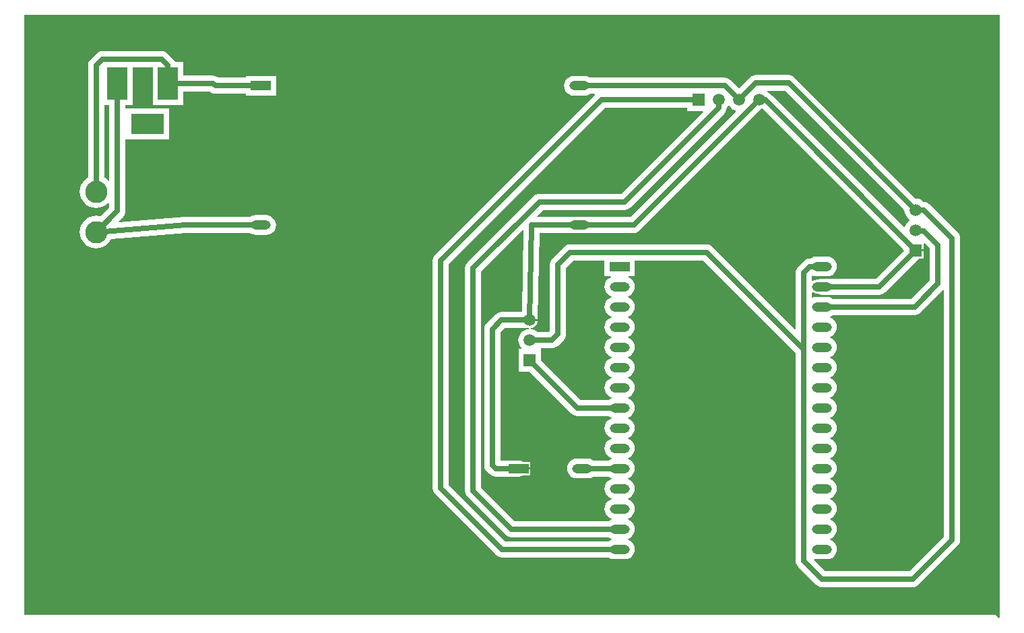
<source format=gbl>
G04*
G04 #@! TF.GenerationSoftware,Altium Limited,Altium Designer,21.3.2 (30)*
G04*
G04 Layer_Physical_Order=2*
G04 Layer_Color=16711680*
%FSTAX24Y24*%
%MOIN*%
G70*
G04*
G04 #@! TF.SameCoordinates,3835C71C-0E0A-43B1-8D6D-11D42CA83844*
G04*
G04*
G04 #@! TF.FilePolarity,Positive*
G04*
G01*
G75*
%ADD21C,0.0276*%
%ADD22O,0.0984X0.0472*%
%ADD23C,0.0598*%
%ADD24R,0.0598X0.0598*%
%ADD25R,0.0598X0.0598*%
%ADD26R,0.0984X0.0472*%
%ADD27R,0.1000X0.1600*%
%ADD28C,0.1100*%
%ADD29R,0.1600X0.1000*%
G36*
X0583Y0202D02*
X05825Y02015D01*
X0581Y0203D01*
X01005D01*
Y05D01*
X0583D01*
Y0202D01*
D02*
G37*
%LPC*%
G36*
X04787Y047027D02*
X04623D01*
X046127Y047014D01*
X046031Y046974D01*
X045949Y046911D01*
X0454Y046362D01*
X044981Y046781D01*
X044899Y046844D01*
X044803Y046884D01*
X0447Y046897D01*
X04241D01*
X04241Y046897D01*
X042332Y046887D01*
X038047D01*
X038004Y04692D01*
X037884Y046969D01*
X037756Y046986D01*
X037244D01*
X037116Y046969D01*
X036996Y04692D01*
X036893Y046841D01*
X036814Y046738D01*
X036765Y046618D01*
X036748Y04649D01*
X036765Y046361D01*
X036814Y046242D01*
X036893Y046139D01*
X036996Y04606D01*
X037116Y04601D01*
X037244Y045993D01*
X037756D01*
X037884Y04601D01*
X038004Y04606D01*
X038047Y046093D01*
X03826D01*
X038281Y046043D01*
X030369Y038131D01*
X030306Y038049D01*
X030266Y037953D01*
X030253Y03785D01*
Y02657D01*
X030266Y026467D01*
X030306Y026371D01*
X030369Y026289D01*
X033389Y023269D01*
X033471Y023206D01*
X033567Y023166D01*
X03367Y023153D01*
X038953D01*
X038996Y02312D01*
X039116Y023071D01*
X039244Y023054D01*
X039756D01*
X039884Y023071D01*
X040004Y02312D01*
X040107Y023199D01*
X040186Y023302D01*
X040235Y023422D01*
X040252Y02355D01*
X040235Y023678D01*
X040186Y023798D01*
X040107Y023901D01*
X040004Y02398D01*
X039897Y024024D01*
X039897Y024024D01*
Y024076D01*
X039897Y024076D01*
X040004Y02412D01*
X040107Y024199D01*
X040186Y024302D01*
X040235Y024422D01*
X040252Y02455D01*
X040235Y024678D01*
X040186Y024798D01*
X040107Y024901D01*
X040004Y02498D01*
X039897Y025024D01*
X039897Y025024D01*
Y025076D01*
X039897Y025076D01*
X040004Y02512D01*
X040107Y025199D01*
X040186Y025302D01*
X040235Y025422D01*
X040252Y02555D01*
X040235Y025678D01*
X040186Y025798D01*
X040107Y025901D01*
X040004Y02598D01*
X039897Y026024D01*
X039897Y026024D01*
Y026076D01*
X039897Y026076D01*
X040004Y02612D01*
X040107Y026199D01*
X040186Y026302D01*
X040235Y026422D01*
X040252Y02655D01*
X040235Y026678D01*
X040186Y026798D01*
X040107Y026901D01*
X040004Y02698D01*
X039897Y027024D01*
X039897Y027024D01*
Y027076D01*
X039897Y027076D01*
X040004Y02712D01*
X040107Y027199D01*
X040186Y027302D01*
X040235Y027422D01*
X040252Y02755D01*
X040235Y027678D01*
X040186Y027798D01*
X040107Y027901D01*
X040004Y02798D01*
X039897Y028024D01*
X039897Y028024D01*
Y028076D01*
X039897Y028076D01*
X040004Y02812D01*
X040107Y028199D01*
X040186Y028302D01*
X040235Y028422D01*
X040252Y02855D01*
X040235Y028678D01*
X040186Y028798D01*
X040107Y028901D01*
X040004Y02898D01*
X039897Y029024D01*
X039897Y029024D01*
Y029076D01*
X039897Y029076D01*
X040004Y02912D01*
X040107Y029199D01*
X040186Y029302D01*
X040235Y029422D01*
X040252Y02955D01*
X040235Y029678D01*
X040186Y029798D01*
X040107Y029901D01*
X040004Y02998D01*
X039897Y030024D01*
X039897Y030024D01*
Y030076D01*
X039897Y030076D01*
X040004Y03012D01*
X040107Y030199D01*
X040186Y030302D01*
X040235Y030422D01*
X040252Y03055D01*
X040235Y030678D01*
X040186Y030798D01*
X040107Y030901D01*
X040004Y03098D01*
X039897Y031024D01*
X039897Y031024D01*
Y031076D01*
X039897Y031076D01*
X040004Y03112D01*
X040107Y031199D01*
X040186Y031302D01*
X040235Y031422D01*
X040252Y03155D01*
X040235Y031678D01*
X040186Y031798D01*
X040107Y031901D01*
X040004Y03198D01*
X039897Y032024D01*
X039897Y032024D01*
Y032076D01*
X039897Y032076D01*
X040004Y03212D01*
X040107Y032199D01*
X040186Y032302D01*
X040235Y032422D01*
X040252Y03255D01*
X040235Y032678D01*
X040186Y032798D01*
X040107Y032901D01*
X040004Y03298D01*
X039897Y033024D01*
X039897Y033024D01*
Y033076D01*
X039897Y033076D01*
X040004Y03312D01*
X040107Y033199D01*
X040186Y033302D01*
X040235Y033422D01*
X040252Y03355D01*
X040235Y033678D01*
X040186Y033798D01*
X040107Y033901D01*
X040004Y03398D01*
X039897Y034024D01*
X039897Y034024D01*
Y034076D01*
X039897Y034076D01*
X040004Y03412D01*
X040107Y034199D01*
X040186Y034302D01*
X040235Y034422D01*
X040252Y03455D01*
X040235Y034678D01*
X040186Y034798D01*
X040107Y034901D01*
X040004Y03498D01*
X039897Y035024D01*
X039897Y035024D01*
Y035076D01*
X039897Y035076D01*
X040004Y03512D01*
X040107Y035199D01*
X040186Y035302D01*
X040235Y035422D01*
X040252Y03555D01*
X040235Y035678D01*
X040186Y035798D01*
X040107Y035901D01*
X040004Y03598D01*
X039897Y036024D01*
X039897Y036024D01*
Y036076D01*
X039897Y036076D01*
X040004Y03612D01*
X040107Y036199D01*
X040186Y036302D01*
X040235Y036422D01*
X040252Y03655D01*
X040235Y036678D01*
X040186Y036798D01*
X040107Y036901D01*
X040004Y03698D01*
X039936Y037008D01*
X039946Y037058D01*
X040248D01*
Y037853D01*
X043636D01*
X048213Y033276D01*
Y02296D01*
X048226Y022857D01*
X048266Y022761D01*
X048329Y022679D01*
X049219Y021789D01*
X049301Y021726D01*
X049397Y021686D01*
X0495Y021673D01*
X054D01*
X054103Y021686D01*
X054199Y021726D01*
X054281Y021789D01*
X056231Y023739D01*
X056231Y023739D01*
X056294Y023821D01*
X056334Y023917D01*
X056347Y02402D01*
Y03894D01*
X056334Y039043D01*
X056294Y039139D01*
X056231Y039221D01*
X054821Y040631D01*
X054739Y040694D01*
X054643Y040734D01*
X054545Y040746D01*
X05443Y040835D01*
X054295Y040891D01*
X054152Y04091D01*
X048151Y046911D01*
X048069Y046974D01*
X047973Y047014D01*
X04787Y047027D01*
D02*
G37*
G36*
X01684Y048207D02*
X01391D01*
X013807Y048194D01*
X013711Y048154D01*
X013629Y048091D01*
X013319Y047781D01*
X013256Y047699D01*
X013216Y047603D01*
X013203Y0475D01*
Y041952D01*
X01315Y041923D01*
X013027Y041823D01*
X012927Y0417D01*
X012852Y04156D01*
X012806Y041408D01*
X01279Y04125D01*
X012806Y041092D01*
X012852Y04094D01*
X012927Y0408D01*
X013027Y040677D01*
X01315Y040577D01*
X01329Y040502D01*
X013442Y040456D01*
X0136Y04044D01*
X013758Y040456D01*
X01391Y040502D01*
X01405Y040577D01*
X014173Y040677D01*
X014206Y040718D01*
X014253Y040701D01*
Y040464D01*
X013815Y040027D01*
X013758Y040044D01*
X0136Y04006D01*
X013442Y040044D01*
X01329Y039998D01*
X01315Y039923D01*
X013027Y039823D01*
X012927Y0397D01*
X012852Y03956D01*
X012806Y039408D01*
X01279Y03925D01*
X012806Y039092D01*
X012852Y03894D01*
X012927Y0388D01*
X013027Y038677D01*
X01315Y038577D01*
X01329Y038502D01*
X013442Y038456D01*
X0136Y03844D01*
X013758Y038456D01*
X01391Y038502D01*
X01405Y038577D01*
X014173Y038677D01*
X014273Y0388D01*
X014332Y03891D01*
X018036Y039203D01*
X021205D01*
X021248Y03917D01*
X021368Y039121D01*
X021496Y039104D01*
X022008D01*
X022136Y039121D01*
X022256Y03917D01*
X022359Y039249D01*
X022438Y039352D01*
X022487Y039472D01*
X022504Y0396D01*
X022487Y039728D01*
X022438Y039848D01*
X022359Y039951D01*
X022256Y04003D01*
X022136Y040079D01*
X022008Y040096D01*
X021496D01*
X021368Y040079D01*
X021248Y04003D01*
X021205Y039997D01*
X01802D01*
X018004Y039995D01*
X017989Y039996D01*
X014715Y039737D01*
X014694Y039782D01*
X014931Y040019D01*
X014994Y040101D01*
X015034Y040197D01*
X015047Y0403D01*
Y043837D01*
X015094Y043844D01*
X015097Y043844D01*
X017206D01*
Y045356D01*
X015097D01*
X015094Y045356D01*
X015047Y045363D01*
Y045544D01*
X015406D01*
Y047413D01*
X016394D01*
Y045544D01*
X017906D01*
Y046203D01*
X019227D01*
X019302Y046146D01*
X019397Y046106D01*
X0195Y046093D01*
X0195Y046093D01*
X021004D01*
Y045998D01*
X0225D01*
Y046982D01*
X021004D01*
Y046887D01*
X019663D01*
X019589Y046944D01*
X019493Y046984D01*
X01939Y046997D01*
X017906D01*
Y047656D01*
X017512D01*
X017494Y047699D01*
X017431Y047781D01*
X017121Y048091D01*
X017039Y048154D01*
X016943Y048194D01*
X01684Y048207D01*
D02*
G37*
%LPD*%
G36*
X042845Y045245D02*
X043618D01*
X043637Y045199D01*
X039586Y041147D01*
X03554D01*
X03554Y041147D01*
X035437Y041134D01*
X035341Y041094D01*
X035259Y041031D01*
X035259Y041031D01*
X031969Y037741D01*
X031906Y037659D01*
X031866Y037563D01*
X031853Y03746D01*
Y02645D01*
X031866Y026347D01*
X031906Y026251D01*
X031969Y026169D01*
X033869Y024269D01*
X033951Y024206D01*
X034047Y024166D01*
X03415Y024153D01*
X03415Y024153D01*
X038953D01*
X038996Y02412D01*
X039103Y024076D01*
X039103Y024076D01*
Y024024D01*
X039103Y024024D01*
X038996Y02398D01*
X038953Y023947D01*
X033834D01*
X031047Y026734D01*
Y037686D01*
X038764Y045403D01*
X042845D01*
Y045245D01*
D02*
G37*
G36*
X04493Y0455D02*
X045004Y045404D01*
X04512Y045315D01*
X045235Y045267D01*
X045251Y045213D01*
X040036Y039997D01*
X035414D01*
X035395Y040043D01*
X035704Y040353D01*
X03975D01*
X039853Y040366D01*
X039949Y040406D01*
X040031Y040469D01*
X044681Y045119D01*
X044744Y045201D01*
X044784Y045297D01*
X044797Y0454D01*
Y045406D01*
X04487Y0455D01*
X044876Y045503D01*
X044924D01*
X04493Y0455D01*
D02*
G37*
G36*
X05359Y040348D02*
X053609Y040205D01*
X053665Y04007D01*
X053754Y039954D01*
X05385Y03988D01*
X053853Y039874D01*
Y039826D01*
X05385Y03982D01*
X053754Y039746D01*
X053665Y03963D01*
X053617Y039515D01*
X053563Y039499D01*
X046981Y046081D01*
X046899Y046144D01*
X046803Y046184D01*
X04681Y046233D01*
X047706D01*
X05359Y040348D01*
D02*
G37*
G36*
X053588Y03835D02*
X052186Y036947D01*
X0495D01*
X049397Y036934D01*
X049301Y036894D01*
X049295Y036889D01*
X049244D01*
X049156Y036878D01*
X049075Y036844D01*
X049052Y036826D01*
X049007Y036848D01*
Y037063D01*
X049052Y037097D01*
X049116Y037071D01*
X049244Y037054D01*
X049756D01*
X049884Y037071D01*
X050004Y03712D01*
X050107Y037199D01*
X050186Y037302D01*
X050235Y037422D01*
X050252Y03755D01*
X050235Y037678D01*
X050186Y037798D01*
X050107Y037901D01*
X050004Y03798D01*
X049884Y038029D01*
X049756Y038046D01*
X049244D01*
X049116Y038029D01*
X048996Y03798D01*
X048953Y037947D01*
X04891D01*
X048807Y037934D01*
X048711Y037894D01*
X048629Y037831D01*
X048329Y037531D01*
X048266Y037449D01*
X048226Y037353D01*
X048213Y03725D01*
Y034464D01*
X048167Y034445D01*
X044081Y038531D01*
X043999Y038594D01*
X043903Y038634D01*
X0438Y038647D01*
X03706D01*
X036957Y038634D01*
X036861Y038594D01*
X036779Y038531D01*
X036779Y038531D01*
X036169Y037921D01*
X036106Y037839D01*
X036066Y037743D01*
X036053Y03764D01*
Y034364D01*
X035986Y034297D01*
X035444D01*
X03533Y034385D01*
X035195Y034441D01*
X035099Y034453D01*
Y034504D01*
X035154Y034511D01*
X035251Y034551D01*
X035335Y034615D01*
X035399Y034699D01*
X035439Y034796D01*
X035446Y03485D01*
X03505D01*
Y03495D01*
X035448D01*
X035539Y039203D01*
X0402D01*
X040303Y039216D01*
X040399Y039256D01*
X040481Y039319D01*
X04655Y045388D01*
X053588Y03835D01*
D02*
G37*
G36*
X054853Y038436D02*
Y036864D01*
X053936Y035947D01*
X050047D01*
X050004Y03598D01*
X049884Y036029D01*
X049756Y036046D01*
X049244D01*
X049116Y036029D01*
X049049Y036002D01*
X049007Y03603D01*
Y036252D01*
X049052Y036274D01*
X049075Y036256D01*
X049156Y036222D01*
X049244Y036211D01*
X049295D01*
X049301Y036206D01*
X049397Y036166D01*
X0495Y036153D01*
X05235D01*
X052453Y036166D01*
X052549Y036206D01*
X052631Y036269D01*
X054312Y037951D01*
X054549D01*
Y0383D01*
X05415D01*
Y0384D01*
X054549D01*
Y038674D01*
X054595Y038693D01*
X054853Y038436D01*
D02*
G37*
G36*
X038752Y037058D02*
X039054D01*
X039064Y037008D01*
X038996Y03698D01*
X038893Y036901D01*
X038814Y036798D01*
X038765Y036678D01*
X038748Y03655D01*
X038765Y036422D01*
X038814Y036302D01*
X038893Y036199D01*
X038996Y03612D01*
X039103Y036076D01*
X039103Y036076D01*
Y036024D01*
X039103Y036024D01*
X038996Y03598D01*
X038893Y035901D01*
X038814Y035798D01*
X038765Y035678D01*
X038748Y03555D01*
X038765Y035422D01*
X038814Y035302D01*
X038893Y035199D01*
X038996Y03512D01*
X039103Y035076D01*
X039103Y035076D01*
Y035024D01*
X039103Y035024D01*
X038996Y03498D01*
X038893Y034901D01*
X038814Y034798D01*
X038765Y034678D01*
X038748Y03455D01*
X038765Y034422D01*
X038814Y034302D01*
X038893Y034199D01*
X038996Y03412D01*
X039103Y034076D01*
X039103Y034076D01*
Y034024D01*
X039103Y034024D01*
X038996Y03398D01*
X038893Y033901D01*
X038814Y033798D01*
X038765Y033678D01*
X038748Y03355D01*
X038765Y033422D01*
X038814Y033302D01*
X038893Y033199D01*
X038996Y03312D01*
X039103Y033076D01*
X039103Y033076D01*
Y033024D01*
X039103Y033024D01*
X038996Y03298D01*
X038893Y032901D01*
X038814Y032798D01*
X038765Y032678D01*
X038748Y03255D01*
X038765Y032422D01*
X038814Y032302D01*
X038893Y032199D01*
X038996Y03212D01*
X039103Y032076D01*
X039103Y032076D01*
Y032024D01*
X039103Y032024D01*
X038996Y03198D01*
X038893Y031901D01*
X038814Y031798D01*
X038765Y031678D01*
X038748Y03155D01*
X038765Y031422D01*
X038814Y031302D01*
X038893Y031199D01*
X038996Y03112D01*
X039103Y031076D01*
X039103Y031076D01*
Y031024D01*
X039103Y031024D01*
X038996Y03098D01*
X038953Y030947D01*
X037564D01*
X035605Y032906D01*
Y033455D01*
X035605D01*
X03561Y033503D01*
X03615D01*
X036253Y033516D01*
X036349Y033556D01*
X036431Y033619D01*
X036731Y033919D01*
X036794Y034001D01*
X036834Y034097D01*
X036847Y0342D01*
Y037476D01*
X037224Y037853D01*
X038752D01*
Y037058D01*
D02*
G37*
G36*
X034747Y03933D02*
X034661Y035297D01*
X03365D01*
X033547Y035284D01*
X033451Y035244D01*
X033369Y035181D01*
X032919Y034731D01*
X032856Y034649D01*
X032816Y034553D01*
X032803Y03445D01*
Y027711D01*
X032816Y027609D01*
X032856Y027513D01*
X032919Y027431D01*
X033081Y027269D01*
X033163Y027206D01*
X033259Y027166D01*
X033361Y027153D01*
X033361Y027153D01*
X0345D01*
X034603Y027166D01*
X034699Y027206D01*
X034709Y027214D01*
X035093D01*
Y0275D01*
X0345D01*
Y0276D01*
X035093D01*
Y027886D01*
X034709D01*
X034699Y027894D01*
X034603Y027934D01*
X0345Y027947D01*
X033597D01*
Y034286D01*
X033814Y034503D01*
X034994D01*
X034997Y034453D01*
X034905Y034441D01*
X03477Y034385D01*
X034654Y034296D01*
X034565Y03418D01*
X034509Y034045D01*
X03449Y0339D01*
X034509Y033755D01*
X034565Y03362D01*
X034653Y033505D01*
X034651Y033486D01*
X03464Y033455D01*
X034495D01*
Y032345D01*
X035044D01*
X037119Y030269D01*
X037201Y030206D01*
X037297Y030166D01*
X0374Y030153D01*
X0374Y030153D01*
X038953D01*
X038996Y03012D01*
X039103Y030076D01*
X039103Y030076D01*
Y030024D01*
X039103Y030024D01*
X038996Y02998D01*
X038893Y029901D01*
X038814Y029798D01*
X038765Y029678D01*
X038748Y02955D01*
X038765Y029422D01*
X038814Y029302D01*
X038893Y029199D01*
X038996Y02912D01*
X039103Y029076D01*
X039103Y029076D01*
Y029024D01*
X039103Y029024D01*
X038996Y02898D01*
X038893Y028901D01*
X038814Y028798D01*
X038765Y028678D01*
X038748Y02855D01*
X038765Y028422D01*
X038814Y028302D01*
X038893Y028199D01*
X038996Y02812D01*
X039103Y028076D01*
X039103Y028076D01*
Y028024D01*
X039103Y028024D01*
X038996Y02798D01*
X038953Y027947D01*
X038197D01*
X038154Y02798D01*
X038034Y028029D01*
X037906Y028046D01*
X037394D01*
X037266Y028029D01*
X037146Y02798D01*
X037043Y027901D01*
X036964Y027798D01*
X036915Y027678D01*
X036898Y02755D01*
X036915Y027422D01*
X036964Y027302D01*
X037043Y027199D01*
X037146Y02712D01*
X037266Y027071D01*
X037394Y027054D01*
X037906D01*
X038034Y027071D01*
X038154Y02712D01*
X038197Y027153D01*
X038953D01*
X038996Y02712D01*
X039103Y027076D01*
X039103Y027076D01*
Y027024D01*
X039103Y027024D01*
X038996Y02698D01*
X038893Y026901D01*
X038814Y026798D01*
X038765Y026678D01*
X038748Y02655D01*
X038765Y026422D01*
X038814Y026302D01*
X038893Y026199D01*
X038996Y02612D01*
X039103Y026076D01*
X039103Y026076D01*
Y026024D01*
X039103Y026024D01*
X038996Y02598D01*
X038893Y025901D01*
X038814Y025798D01*
X038765Y025678D01*
X038748Y02555D01*
X038765Y025422D01*
X038814Y025302D01*
X038893Y025199D01*
X038996Y02512D01*
X039103Y025076D01*
X039103Y025076D01*
Y025024D01*
X039103Y025024D01*
X038996Y02498D01*
X038953Y024947D01*
X034314D01*
X032647Y026614D01*
Y037296D01*
X034701Y03935D01*
X034747Y03933D01*
D02*
G37*
G36*
X055553Y036371D02*
Y024184D01*
X053836Y022467D01*
X049664D01*
X049111Y023021D01*
X049134Y023068D01*
X049244Y023054D01*
X049756D01*
X049884Y023071D01*
X050004Y02312D01*
X050107Y023199D01*
X050186Y023302D01*
X050235Y023422D01*
X050252Y02355D01*
X050235Y023678D01*
X050186Y023798D01*
X050107Y023901D01*
X050004Y02398D01*
X049897Y024024D01*
X049897Y024024D01*
Y024076D01*
X049897Y024076D01*
X050004Y02412D01*
X050107Y024199D01*
X050186Y024302D01*
X050235Y024422D01*
X050252Y02455D01*
X050235Y024678D01*
X050186Y024798D01*
X050107Y024901D01*
X050004Y02498D01*
X049897Y025024D01*
X049897Y025024D01*
Y025076D01*
X049897Y025076D01*
X050004Y02512D01*
X050107Y025199D01*
X050186Y025302D01*
X050235Y025422D01*
X050252Y02555D01*
X050235Y025678D01*
X050186Y025798D01*
X050107Y025901D01*
X050004Y02598D01*
X049897Y026024D01*
X049897Y026024D01*
Y026076D01*
X049897Y026076D01*
X050004Y02612D01*
X050107Y026199D01*
X050186Y026302D01*
X050235Y026422D01*
X050252Y02655D01*
X050235Y026678D01*
X050186Y026798D01*
X050107Y026901D01*
X050004Y02698D01*
X049897Y027024D01*
X049897Y027024D01*
Y027076D01*
X049897Y027076D01*
X050004Y02712D01*
X050107Y027199D01*
X050186Y027302D01*
X050235Y027422D01*
X050252Y02755D01*
X050235Y027678D01*
X050186Y027798D01*
X050107Y027901D01*
X050004Y02798D01*
X049897Y028024D01*
X049897Y028024D01*
Y028076D01*
X049897Y028076D01*
X050004Y02812D01*
X050107Y028199D01*
X050186Y028302D01*
X050235Y028422D01*
X050252Y02855D01*
X050235Y028678D01*
X050186Y028798D01*
X050107Y028901D01*
X050004Y02898D01*
X049897Y029024D01*
X049897Y029024D01*
Y029076D01*
X049897Y029076D01*
X050004Y02912D01*
X050107Y029199D01*
X050186Y029302D01*
X050235Y029422D01*
X050252Y02955D01*
X050235Y029678D01*
X050186Y029798D01*
X050107Y029901D01*
X050004Y02998D01*
X049897Y030024D01*
X049897Y030024D01*
Y030076D01*
X049897Y030076D01*
X050004Y03012D01*
X050107Y030199D01*
X050186Y030302D01*
X050235Y030422D01*
X050252Y03055D01*
X050235Y030678D01*
X050186Y030798D01*
X050107Y030901D01*
X050004Y03098D01*
X049897Y031024D01*
X049897Y031024D01*
Y031076D01*
X049897Y031076D01*
X050004Y03112D01*
X050107Y031199D01*
X050186Y031302D01*
X050235Y031422D01*
X050252Y03155D01*
X050235Y031678D01*
X050186Y031798D01*
X050107Y031901D01*
X050004Y03198D01*
X049897Y032024D01*
X049897Y032024D01*
Y032076D01*
X049897Y032076D01*
X050004Y03212D01*
X050107Y032199D01*
X050186Y032302D01*
X050235Y032422D01*
X050252Y03255D01*
X050235Y032678D01*
X050186Y032798D01*
X050107Y032901D01*
X050004Y03298D01*
X049897Y033024D01*
X049897Y033024D01*
Y033076D01*
X049897Y033076D01*
X050004Y03312D01*
X050107Y033199D01*
X050186Y033302D01*
X050235Y033422D01*
X050252Y03355D01*
X050235Y033678D01*
X050186Y033798D01*
X050107Y033901D01*
X050004Y03398D01*
X049897Y034024D01*
X049897Y034024D01*
Y034076D01*
X049897Y034076D01*
X050004Y03412D01*
X050107Y034199D01*
X050186Y034302D01*
X050235Y034422D01*
X050252Y03455D01*
X050235Y034678D01*
X050186Y034798D01*
X050107Y034901D01*
X050004Y03498D01*
X049897Y035024D01*
X049897Y035024D01*
Y035076D01*
X049897Y035076D01*
X050004Y03512D01*
X050047Y035153D01*
X0541D01*
X054203Y035166D01*
X054299Y035206D01*
X054381Y035269D01*
X055503Y036391D01*
X055553Y036371D01*
D02*
G37*
G36*
X014253Y041799D02*
X014206Y041782D01*
X014173Y041823D01*
X01405Y041923D01*
X013997Y041952D01*
Y045544D01*
X014253D01*
Y041799D01*
D02*
G37*
D21*
X03225Y02645D02*
Y03746D01*
X03415Y02455D02*
X0395D01*
X03225Y02645D02*
X03415Y02455D01*
X03975Y04075D02*
X0444Y0454D01*
X03225Y03746D02*
X03554Y04075D01*
X03975D01*
X03505Y0339D02*
X03615D01*
X03645Y0342D02*
Y03764D01*
X03615Y0339D02*
X03645Y0342D01*
Y03764D02*
X03706Y03825D01*
X03365Y0349D02*
X03505D01*
X0332Y027711D02*
Y03445D01*
X03365Y0349D01*
X0332Y027711D02*
X033361Y02755D01*
X0345D01*
X03065Y02657D02*
Y03785D01*
Y02657D02*
X03367Y02355D01*
X03065Y03785D02*
X0386Y0458D01*
X054203Y039297D02*
X054553D01*
X054807Y039043D02*
X05525Y0386D01*
X054807Y039043D02*
X054807D01*
X05415Y03935D02*
X054203Y039297D01*
X054553D02*
X054807Y039043D01*
X05525Y0367D02*
Y0386D01*
X0541Y03555D02*
X05525Y0367D01*
X05454Y04035D02*
X05595Y03894D01*
X054Y02207D02*
X05595Y02402D01*
Y03894D01*
X04861Y03344D02*
Y03725D01*
X03706Y03825D02*
X0438D01*
X04861Y03344D01*
Y02296D02*
Y03344D01*
X05415Y04035D02*
X05454D01*
X0454Y0458D02*
X04623Y04663D01*
X04787D01*
X05415Y04035D01*
X0444Y0454D02*
Y0458D01*
X03765Y02755D02*
X0395D01*
X0136Y04125D02*
Y0475D01*
X01391Y04781D01*
X01684D01*
X01715Y0475D01*
Y0466D02*
Y0475D01*
Y0466D02*
X01939D01*
X0195Y04649D01*
X021752D01*
X0136Y03925D02*
X01465Y0403D01*
Y0466D01*
X0136Y03925D02*
X01802Y0396D01*
X021752D01*
X03505Y0349D02*
X03515Y0396D01*
X0375D01*
X0402D01*
X0464Y0458D01*
X0467D01*
X05415Y03835D01*
X05235Y03655D02*
X05415Y03835D01*
X0495Y03655D02*
X05235D01*
X04891Y03755D02*
X0495D01*
X04861Y03725D02*
X04891Y03755D01*
X04861Y02296D02*
X0495Y02207D01*
X054D01*
X0447Y0465D02*
X0454Y0458D01*
X04241Y0465D02*
X0447D01*
X0424Y04649D02*
X04241Y0465D01*
X0375Y04649D02*
X0424D01*
X03505Y0329D02*
X0374Y03055D01*
X0395D01*
X03367Y02355D02*
X0395D01*
X0386Y0458D02*
X0434D01*
X0495Y03555D02*
X0541D01*
D22*
X0395D02*
D03*
X03765Y02755D02*
D03*
X0495Y03555D02*
D03*
X0395Y02355D02*
D03*
Y02455D02*
D03*
Y03055D02*
D03*
X0495Y03755D02*
D03*
X0375Y04649D02*
D03*
X0495Y03655D02*
D03*
X0375Y0396D02*
D03*
X021752D02*
D03*
X0495Y02355D02*
D03*
Y02455D02*
D03*
Y02555D02*
D03*
Y02655D02*
D03*
Y02755D02*
D03*
Y02855D02*
D03*
Y02955D02*
D03*
Y03055D02*
D03*
Y03155D02*
D03*
Y03255D02*
D03*
Y03355D02*
D03*
Y03455D02*
D03*
X0395Y02555D02*
D03*
Y02655D02*
D03*
Y02755D02*
D03*
Y02855D02*
D03*
Y02955D02*
D03*
Y03155D02*
D03*
Y03255D02*
D03*
Y03355D02*
D03*
Y03455D02*
D03*
Y03655D02*
D03*
D23*
X05415Y03935D02*
D03*
X0444Y0458D02*
D03*
X05415Y04035D02*
D03*
X0454Y0458D02*
D03*
X03505Y0339D02*
D03*
X0464Y0458D02*
D03*
X03505Y0349D02*
D03*
D24*
X0434Y0458D02*
D03*
D25*
X03505Y0329D02*
D03*
X05415Y03835D02*
D03*
D26*
X0345Y02755D02*
D03*
X021752Y04649D02*
D03*
X0395Y03755D02*
D03*
D27*
X01465Y0466D02*
D03*
X01715D02*
D03*
D28*
X0136Y03925D02*
D03*
Y04125D02*
D03*
D29*
X01615Y0446D02*
D03*
M02*

</source>
